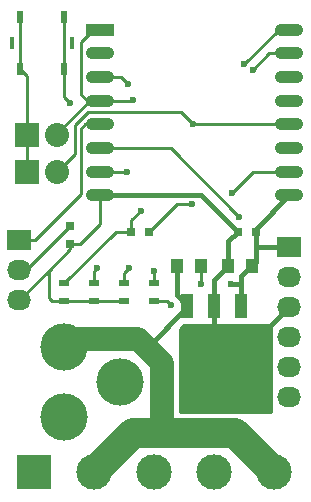
<source format=gtl>
G04 #@! TF.FileFunction,Copper,L1,Top,Signal*
%FSLAX46Y46*%
G04 Gerber Fmt 4.6, Leading zero omitted, Abs format (unit mm)*
G04 Created by KiCad (PCBNEW 0.201511091016+6303~30~ubuntu14.04.1-product) date Mon 09 Nov 2015 21:44:19 GMT*
%MOMM*%
G01*
G04 APERTURE LIST*
%ADD10C,0.100000*%
%ADD11R,1.000000X1.250000*%
%ADD12R,0.800000X0.750000*%
%ADD13R,0.750000X0.800000*%
%ADD14R,0.900000X0.500000*%
%ADD15R,0.600000X1.000000*%
%ADD16R,0.450000X1.000000*%
%ADD17R,3.657600X2.032000*%
%ADD18R,1.016000X2.032000*%
%ADD19R,3.000000X3.000000*%
%ADD20C,3.000000*%
%ADD21R,2.032000X1.727200*%
%ADD22O,2.032000X1.727200*%
%ADD23R,2.032000X2.032000*%
%ADD24O,2.032000X2.032000*%
%ADD25R,2.400000X1.100000*%
%ADD26O,2.400000X1.100000*%
%ADD27C,4.000000*%
%ADD28C,0.600000*%
%ADD29C,0.381000*%
%ADD30C,2.000000*%
%ADD31C,2.500000*%
%ADD32C,0.250000*%
%ADD33C,0.254000*%
G04 APERTURE END LIST*
D10*
D11*
X154321000Y-105727500D03*
X156321000Y-105727500D03*
X158639000Y-105727500D03*
X160639000Y-105727500D03*
D12*
X159460500Y-102806500D03*
X160960500Y-102806500D03*
X151943500Y-102806500D03*
X150443500Y-102806500D03*
D13*
X145237200Y-103874000D03*
X145237200Y-102374000D03*
D14*
X147320000Y-108700000D03*
X147320000Y-107200000D03*
X144780000Y-108700000D03*
X144780000Y-107200000D03*
X152400000Y-107200000D03*
X152400000Y-108700000D03*
X149860000Y-108700000D03*
X149860000Y-107200000D03*
D15*
X141025000Y-84668000D03*
X144725000Y-84668000D03*
X141025000Y-89068000D03*
X144725000Y-89068000D03*
D16*
X140350000Y-86868000D03*
X145400000Y-86868000D03*
D17*
X157480000Y-115697000D03*
D18*
X157480000Y-109093000D03*
X155194000Y-109093000D03*
X159766000Y-109093000D03*
D19*
X142240000Y-123190000D03*
D20*
X147320000Y-123190000D03*
X152400000Y-123190000D03*
X157480000Y-123190000D03*
X162560000Y-123190000D03*
D21*
X163830000Y-104140000D03*
D22*
X163830000Y-106680000D03*
X163830000Y-109220000D03*
X163830000Y-111760000D03*
X163830000Y-114300000D03*
X163830000Y-116840000D03*
D21*
X140970000Y-103505000D03*
D22*
X140970000Y-106045000D03*
X140970000Y-108585000D03*
D23*
X141605000Y-94615000D03*
D24*
X144145000Y-94615000D03*
D23*
X141605000Y-97790000D03*
D24*
X144145000Y-97790000D03*
D25*
X147828000Y-85725000D03*
D26*
X147828000Y-87725000D03*
X147828000Y-89725000D03*
X147828000Y-91725000D03*
X147828000Y-93725000D03*
X147828000Y-95725000D03*
X147828000Y-97725000D03*
X147828000Y-99725000D03*
X163828000Y-99725000D03*
X163828000Y-97725000D03*
X163828000Y-95725000D03*
X163828000Y-93725000D03*
X163828000Y-91725000D03*
X163828000Y-89725000D03*
X163828000Y-87725000D03*
X163828000Y-85725000D03*
D27*
X144780000Y-112544860D03*
X144780000Y-118544340D03*
X149479000Y-115544600D03*
D28*
X153797000Y-109029500D03*
X156337000Y-107251500D03*
X158877000Y-107251500D03*
X155575000Y-100457000D03*
X151257000Y-101028500D03*
X150622000Y-91694000D03*
X160718500Y-89090500D03*
X160020000Y-88646000D03*
X159575500Y-101536500D03*
X147574000Y-105854500D03*
X150177500Y-90297000D03*
X158940500Y-99568000D03*
X152400000Y-106172000D03*
X145224500Y-91948000D03*
X150050500Y-97726500D03*
X155702000Y-93726000D03*
X150241000Y-105918000D03*
D29*
X155194000Y-109093000D02*
X155194000Y-109220000D01*
X155194000Y-109220000D02*
X151765000Y-112649000D01*
D30*
X144780000Y-112544860D02*
X145437860Y-111887000D01*
X145437860Y-111887000D02*
X151003000Y-111887000D01*
X151003000Y-111887000D02*
X151765000Y-112649000D01*
X151765000Y-112649000D02*
X153035000Y-113919000D01*
X153035000Y-113919000D02*
X153035000Y-119507000D01*
X153035000Y-119507000D02*
X152654000Y-119888000D01*
D31*
X147320000Y-123190000D02*
X150622000Y-119888000D01*
X159258000Y-119888000D02*
X162560000Y-123190000D01*
X150622000Y-119888000D02*
X152654000Y-119888000D01*
X152654000Y-119888000D02*
X152908000Y-119888000D01*
X152908000Y-119888000D02*
X159258000Y-119888000D01*
D29*
X155194000Y-109093000D02*
X155194000Y-109479080D01*
X155194000Y-109093000D02*
X154321000Y-108220000D01*
X154321000Y-108220000D02*
X154321000Y-105727500D01*
D32*
X140970000Y-106045000D02*
X141566200Y-106045000D01*
X141566200Y-106045000D02*
X145237200Y-102374000D01*
D33*
X152400000Y-108700000D02*
X153467500Y-108700000D01*
X153467500Y-108700000D02*
X153797000Y-109029500D01*
X140970000Y-106045000D02*
X141363000Y-106045000D01*
D29*
X160960500Y-102806500D02*
X160960500Y-102592500D01*
X160960500Y-102592500D02*
X163828000Y-99725000D01*
D32*
X141025000Y-84668000D02*
X141025000Y-89068000D01*
X141025000Y-89068000D02*
X141605000Y-89648000D01*
X141605000Y-89648000D02*
X141605000Y-97790000D01*
D33*
X156321000Y-105727500D02*
X156321000Y-107235500D01*
X156321000Y-107235500D02*
X156337000Y-107251500D01*
D29*
X163830000Y-104140000D02*
X160960500Y-104140000D01*
D33*
X160960500Y-104140000D02*
X161036000Y-104140000D01*
X161036000Y-104140000D02*
X160960500Y-104140000D01*
X159766000Y-107315000D02*
X159702500Y-107251500D01*
D29*
X159702500Y-107251500D02*
X158877000Y-107251500D01*
X159766000Y-109093000D02*
X159766000Y-107315000D01*
X159766000Y-107315000D02*
X159766000Y-107251500D01*
X159766000Y-107251500D02*
X159766000Y-106600500D01*
X159766000Y-106600500D02*
X160960500Y-105406000D01*
X160960500Y-105406000D02*
X160960500Y-104140000D01*
X160960500Y-104140000D02*
X160960500Y-102806500D01*
D32*
X147828000Y-99725000D02*
X147828000Y-102158800D01*
X146112800Y-103874000D02*
X145237200Y-103874000D01*
X147828000Y-102158800D02*
X146112800Y-103874000D01*
X144780000Y-108700000D02*
X143701200Y-108700000D01*
X143433800Y-108432600D02*
X143433800Y-106121200D01*
X143701200Y-108700000D02*
X143433800Y-108432600D01*
X145237200Y-103874000D02*
X145237200Y-104317800D01*
X145237200Y-104317800D02*
X143433800Y-106121200D01*
X143433800Y-106121200D02*
X140970000Y-108585000D01*
D29*
X163830000Y-109220000D02*
X161798000Y-111252000D01*
X161798000Y-111252000D02*
X157480000Y-111252000D01*
X157480000Y-109093000D02*
X157480000Y-111252000D01*
X157480000Y-111252000D02*
X157480000Y-115697000D01*
X147828000Y-99725000D02*
X156379000Y-99725000D01*
X156379000Y-99725000D02*
X159460500Y-102806500D01*
X159460500Y-102806500D02*
X158639000Y-103628000D01*
X158639000Y-103628000D02*
X158639000Y-105727500D01*
X158639000Y-105727500D02*
X157480000Y-106886500D01*
X157480000Y-106886500D02*
X157480000Y-109093000D01*
D32*
X140970000Y-108585000D02*
X141085000Y-108700000D01*
X144780000Y-108700000D02*
X146101500Y-108700000D01*
X146101500Y-108700000D02*
X147320000Y-108700000D01*
X147320000Y-108700000D02*
X149860000Y-108700000D01*
D33*
X155575000Y-100457000D02*
X154293000Y-100457000D01*
X154293000Y-100457000D02*
X151943500Y-102806500D01*
X147828000Y-85725000D02*
X147193000Y-85725000D01*
X147193000Y-85725000D02*
X146177000Y-86741000D01*
X146177000Y-91186000D02*
X146716000Y-91725000D01*
X146177000Y-86741000D02*
X146177000Y-91186000D01*
X146716000Y-91725000D02*
X147828000Y-91725000D01*
X147828000Y-91725000D02*
X146908000Y-91725000D01*
X146908000Y-91725000D02*
X144145000Y-94488000D01*
X144145000Y-94488000D02*
X144145000Y-94615000D01*
X147828000Y-91725000D02*
X147035000Y-91725000D01*
X147828000Y-91725000D02*
X150591000Y-91725000D01*
X150443500Y-101842000D02*
X150443500Y-102806500D01*
X151257000Y-101028500D02*
X150443500Y-101842000D01*
X150591000Y-91725000D02*
X150622000Y-91694000D01*
X144780000Y-107200000D02*
X149173500Y-102806500D01*
X149173500Y-102806500D02*
X150443500Y-102806500D01*
D32*
X147828000Y-85725000D02*
X147066000Y-85725000D01*
X147035000Y-91725000D02*
X147828000Y-91725000D01*
D33*
X163828000Y-87725000D02*
X162084000Y-87725000D01*
X162084000Y-87725000D02*
X160718500Y-89090500D01*
X163828000Y-85725000D02*
X162941000Y-85725000D01*
X162941000Y-85725000D02*
X160020000Y-88646000D01*
X153764000Y-95725000D02*
X147828000Y-95725000D01*
X159575500Y-101536500D02*
X153764000Y-95725000D01*
X147828000Y-93725000D02*
X146559000Y-93725000D01*
X146559000Y-93725000D02*
X146177000Y-94107000D01*
X146177000Y-94107000D02*
X146177000Y-99631500D01*
X146177000Y-99631500D02*
X142303500Y-103505000D01*
X142303500Y-103505000D02*
X140970000Y-103505000D01*
X140970000Y-103505000D02*
X140970000Y-103505000D01*
X147828000Y-89725000D02*
X149605500Y-89725000D01*
X147320000Y-106108500D02*
X147320000Y-107200000D01*
X147574000Y-105854500D02*
X147320000Y-106108500D01*
X149605500Y-89725000D02*
X150177500Y-90297000D01*
X160783500Y-97725000D02*
X158940500Y-99568000D01*
X163098000Y-97725000D02*
X160783500Y-97725000D01*
X152400000Y-106172000D02*
X152400000Y-107200000D01*
X144725000Y-84668000D02*
X144725000Y-89068000D01*
X144725000Y-89068000D02*
X144725000Y-91448500D01*
X144725000Y-91448500D02*
X145224500Y-91948000D01*
X150050500Y-97726500D02*
X150049000Y-97725000D01*
X150049000Y-97725000D02*
X147828000Y-97725000D01*
X149860000Y-107200000D02*
X149860000Y-106299000D01*
X155702000Y-93725000D02*
X155701000Y-93725000D01*
X155702000Y-93726000D02*
X155702000Y-93725000D01*
X149860000Y-106299000D02*
X150241000Y-105918000D01*
X144145000Y-97790000D02*
X145669000Y-96266000D01*
X155701000Y-93725000D02*
X163828000Y-93725000D01*
X154686000Y-92710000D02*
X155701000Y-93725000D01*
X146748500Y-92710000D02*
X154686000Y-92710000D01*
X145669000Y-93789500D02*
X146748500Y-92710000D01*
X145669000Y-96266000D02*
X145669000Y-93789500D01*
G36*
X162306000Y-118110000D02*
X154559000Y-118110000D01*
X154559000Y-111050606D01*
X154865606Y-110744000D01*
X162306000Y-110744000D01*
X162306000Y-118110000D01*
X162306000Y-118110000D01*
G37*
X162306000Y-118110000D02*
X154559000Y-118110000D01*
X154559000Y-111050606D01*
X154865606Y-110744000D01*
X162306000Y-110744000D01*
X162306000Y-118110000D01*
M02*

</source>
